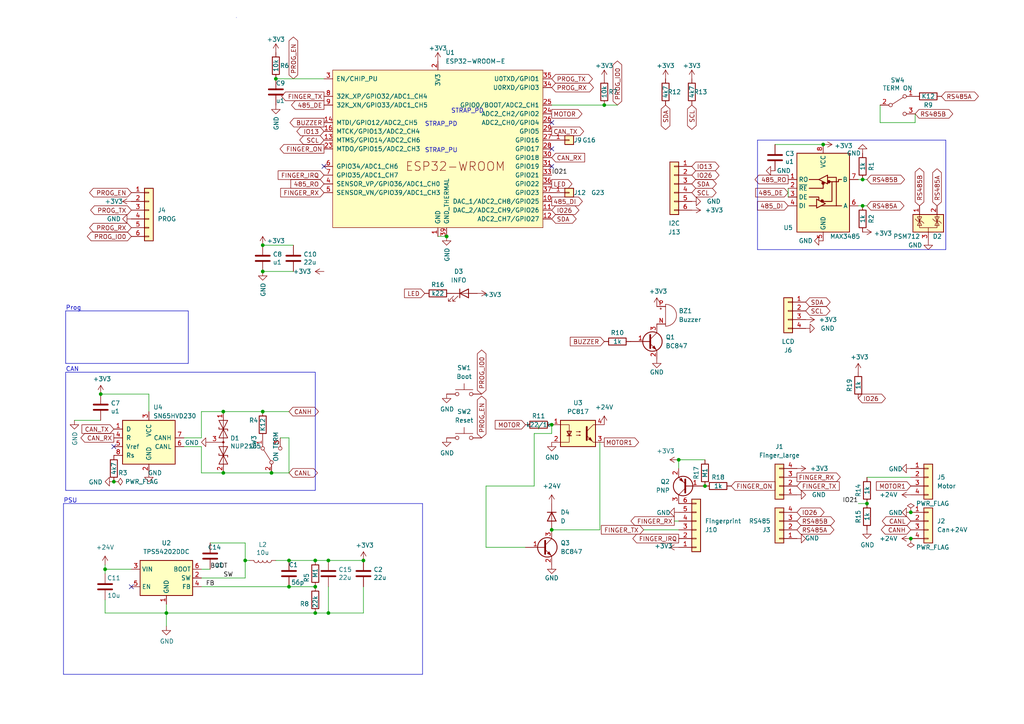
<source format=kicad_sch>
(kicad_sch (version 20231120) (generator "eeschema") (generator_version "8.0")
  (paper "A4")
  (lib_symbols
    (symbol "+24V_1" (power) (pin_names (offset 0))
      (property "Value" "+24V_1" (at 0 3.556 0))
      (symbol "+24V_1_1_1"
        (pin power_in line (at 0 0 90) (length 0) hide (name "+24V") (number "1"))
      )
    )
    (symbol "Connector_Generic:Conn_01x01" (pin_names (offset 1.016) hide)
      (property "Reference" "J" (at 0 2.54 0))
      (property "Value" "Conn_01x01" (at 0 -2.54 0))
      (symbol "Conn_01x01_1_1"
        (pin passive line (at -5.08 0 0) (length 3.81) (name "Pin_1") (number "1"))
      )
    )
    (symbol "Connector_Generic:Conn_01x04" (pin_names (offset 1.016) hide)
      (property "Reference" "J" (at 0 5.08 0))
      (property "Value" "Conn_01x04" (at 0 -7.62 0))
      (symbol "Conn_01x04_1_1"
        (pin passive line (at -5.08 2.54 0) (length 3.81) (name "Pin_1") (number "1"))
        (pin passive line (at -5.08 0 0) (length 3.81) (name "Pin_2") (number "2"))
        (pin passive line (at -5.08 -2.54 0) (length 3.81) (name "Pin_3") (number "3"))
        (pin passive line (at -5.08 -5.08 0) (length 3.81) (name "Pin_4") (number "4"))
      )
    )
    (symbol "Connector_Generic:Conn_01x06" (pin_names (offset 1.016) hide)
      (property "Reference" "J" (at 0 7.62 0))
      (property "Value" "Conn_01x06" (at 0 -10.16 0))
      (symbol "Conn_01x06_1_1"
        (pin passive line (at -5.08 5.08 0) (length 3.81) (name "Pin_1") (number "1"))
        (pin passive line (at -5.08 2.54 0) (length 3.81) (name "Pin_2") (number "2"))
        (pin passive line (at -5.08 0 0) (length 3.81) (name "Pin_3") (number "3"))
        (pin passive line (at -5.08 -2.54 0) (length 3.81) (name "Pin_4") (number "4"))
        (pin passive line (at -5.08 -5.08 0) (length 3.81) (name "Pin_5") (number "5"))
        (pin passive line (at -5.08 -7.62 0) (length 3.81) (name "Pin_6") (number "6"))
      )
    )
    (symbol "Device:C" (pin_numbers hide) (pin_names (offset 0.254))
      (property "Reference" "C" (at 0.635 2.54 0))
      (property "Value" "C" (at 0.635 -2.54 0))
      (symbol "C_1_1"
        (pin passive line (at 0 3.81 270) (length 2.794) (name "~") (number "1"))
        (pin passive line (at 0 -3.81 90) (length 2.794) (name "~") (number "2"))
      )
    )
    (symbol "Device:D" (pin_numbers hide) (pin_names (offset 1.016) hide)
      (property "Reference" "D" (at 0 2.54 0))
      (property "Value" "D" (at 0 -2.54 0))
      (symbol "D_1_1"
        (pin passive line (at -3.81 0 0) (length 2.54) (name "K") (number "1"))
        (pin passive line (at 3.81 0 180) (length 2.54) (name "A") (number "2"))
      )
    )
    (symbol "Device:L" (pin_numbers hide) (pin_names (offset 1.016) hide)
      (property "Reference" "L" (at -1.27 0 90))
      (property "Value" "L" (at 1.905 0 90))
      (symbol "L_1_1"
        (pin passive line (at 0 3.81 270) (length 1.27) (name "1") (number "1"))
        (pin passive line (at 0 -3.81 90) (length 1.27) (name "2") (number "2"))
      )
    )
    (symbol "Device:LED" (pin_numbers hide) (pin_names (offset 1.016) hide)
      (property "Reference" "D" (at 0 2.54 0))
      (property "Value" "LED" (at 0 -2.54 0))
      (symbol "LED_1_1"
        (pin passive line (at -3.81 0 0) (length 2.54) (name "K") (number "1"))
        (pin passive line (at 3.81 0 180) (length 2.54) (name "A") (number "2"))
      )
    )
    (symbol "Device:R" (pin_numbers hide) (pin_names (offset 0))
      (property "Reference" "R" (at 2.032 0 90))
      (property "Value" "R" (at 0 0 90))
      (symbol "R_1_1"
        (pin passive line (at 0 3.81 270) (length 1.27) (name "~") (number "1"))
        (pin passive line (at 0 -3.81 90) (length 1.27) (name "~") (number "2"))
      )
    )
    (symbol "Diode:SM712_SOT23" (pin_names (offset 1.016) hide)
      (property "Reference" "D" (at 0 4.445 0))
      (property "Value" "SM712_SOT23" (at 0 2.54 0))
      (symbol "SM712_SOT23_1_1"
        (pin passive line (at -8.89 0 0) (length 2.54) (name "A1") (number "1"))
        (pin passive line (at 8.89 0 180) (length 2.54) (name "A2") (number "2"))
        (pin input line (at 0 -3.81 90) (length 2.54) (name "common") (number "3"))
      )
    )
    (symbol "Espressif:ESP32-WROOM-E" (pin_names (offset 1.016))
      (property "Reference" "U" (at -30.48 27.94 0))
      (property "Value" "ESP32-WROOM-E" (at -30.48 25.4 0))
      (symbol "ESP32-WROOM-E_1_1"
        (text "ESP32-­WROOM­" (at 5.08 -5.08 0) (effects (font (size 2.54 2.54))))
        (pin power_in line (at 0 -25.4 90) (length 2.54) (name "GND") (number "1"))
        (pin bidirectional line (at 33.02 -15.24 180) (length 2.54) (name "DAC_1/ADC2_CH8/GPIO25") (number "10"))
        (pin bidirectional line (at 33.02 -17.78 180) (length 2.54) (name "DAC_2/ADC2_CH9/GPIO26") (number "11"))
        (pin bidirectional line (at 33.02 -20.32 180) (length 2.54) (name "ADC2_CH7/GPIO27") (number "12"))
        (pin bidirectional line (at -33.02 2.54 0) (length 2.54) (name "MTMS/GPIO14/ADC2_CH6") (number "13"))
        (pin bidirectional line (at -33.02 7.62 0) (length 2.54) (name "MTDI/GPIO12/ADC2_CH5") (number "14"))
        (pin passive line (at 0 -25.4 90) (length 2.54) hide (name "GND") (number "15"))
        (pin bidirectional line (at -33.02 5.08 0) (length 2.54) (name "MTCK/GPIO13/ADC2_CH4") (number "16"))
        (pin power_in line (at 0 25.4 270) (length 2.54) (name "3V3") (number "2"))
        (pin bidirectional line (at -33.02 0 0) (length 2.54) (name "MTDO/GPIO15/ADC2_CH3") (number "23"))
        (pin bidirectional line (at 33.02 10.16 180) (length 2.54) (name "ADC2_CH2/GPIO2") (number "24"))
        (pin bidirectional line (at 33.02 12.7 180) (length 2.54) (name "GPIO0/BOOT/ADC2_CH1") (number "25"))
        (pin bidirectional line (at 33.02 7.62 180) (length 2.54) (name "ADC2_CH0/GPIO4") (number "26"))
        (pin bidirectional line (at 33.02 2.54 180) (length 2.54) (name "GPIO16") (number "27"))
        (pin bidirectional line (at 33.02 0 180) (length 2.54) (name "GPIO17") (number "28"))
        (pin bidirectional line (at 33.02 5.08 180) (length 2.54) (name "GPIO5") (number "29"))
        (pin input line (at -33.02 20.32 0) (length 2.54) (name "EN/CHIP_PU") (number "3"))
        (pin bidirectional line (at 33.02 -2.54 180) (length 2.54) (name "GPIO18") (number "30"))
        (pin bidirectional line (at 33.02 -5.08 180) (length 2.54) (name "GPIO19") (number "31"))
        (pin bidirectional line (at 33.02 -7.62 180) (length 2.54) (name "GPIO21") (number "33"))
        (pin bidirectional line (at 33.02 17.78 180) (length 2.54) (name "U0RXD/GPIO3") (number "34"))
        (pin bidirectional line (at 33.02 20.32 180) (length 2.54) (name "U0TXD/GPIO1") (number "35"))
        (pin bidirectional line (at 33.02 -10.16 180) (length 2.54) (name "GPIO22") (number "36"))
        (pin bidirectional line (at 33.02 -12.7 180) (length 2.54) (name "GPIO23") (number "37"))
        (pin passive line (at 0 -25.4 90) (length 2.54) hide (name "GND") (number "38"))
        (pin power_in line (at 2.54 -25.4 90) (length 2.54) (name "GND_THERMAL") (number "39"))
        (pin input line (at -33.02 -10.16 0) (length 2.54) (name "SENSOR_VP/GPIO36/ADC1_CH0") (number "4"))
        (pin input line (at -33.02 -12.7 0) (length 2.54) (name "SENSOR_VN/GPIO39/ADC1_CH3") (number "5"))
        (pin input line (at -33.02 -5.08 0) (length 2.54) (name "GPIO34/ADC1_CH6") (number "6"))
        (pin input line (at -33.02 -7.62 0) (length 2.54) (name "GPIO35/ADC1_CH7") (number "7"))
        (pin bidirectional line (at -33.02 15.24 0) (length 2.54) (name "32K_XP/GPIO32/ADC1_CH4") (number "8"))
        (pin bidirectional line (at -33.02 12.7 0) (length 2.54) (name "32K_XN/GPIO33/ADC1_CH5") (number "9"))
      )
    )
    (symbol "Interface_CAN_LIN:SN65HVD230" (pin_names (offset 1.016))
      (property "Reference" "U" (at -2.54 10.16 0))
      (property "Value" "SN65HVD230" (at -2.54 7.62 0))
      (symbol "SN65HVD230_1_1"
        (pin input line (at -10.16 2.54 0) (length 2.54) (name "D") (number "1"))
        (pin power_in line (at 0 -10.16 90) (length 2.54) (name "GND") (number "2"))
        (pin power_in line (at 0 7.62 270) (length 2.54) (name "VCC") (number "3"))
        (pin output line (at -10.16 0 0) (length 2.54) (name "R") (number "4"))
        (pin output line (at -10.16 -2.54 0) (length 2.54) (name "Vref") (number "5"))
        (pin bidirectional line (at 10.16 -2.54 180) (length 2.54) (name "CANL") (number "6"))
        (pin bidirectional line (at 10.16 0 180) (length 2.54) (name "CANH") (number "7"))
        (pin input line (at -10.16 -5.08 0) (length 2.54) (name "Rs") (number "8"))
      )
    )
    (symbol "Interface_UART:MAX3485"
      (property "Reference" "U" (at -6.096 11.43 0))
      (property "Value" "MAX3485" (at 0.762 11.43 0))
      (symbol "MAX3485_1_1"
        (pin output line (at -10.16 2.54 0) (length 2.54) (name "RO") (number "1"))
        (pin input line (at -10.16 0 0) (length 2.54) (name "~{RE}") (number "2"))
        (pin input line (at -10.16 -2.54 0) (length 2.54) (name "DE") (number "3"))
        (pin input line (at -10.16 -5.08 0) (length 2.54) (name "DI") (number "4"))
        (pin power_in line (at 0 -15.24 90) (length 2.54) (name "GND") (number "5"))
        (pin bidirectional line (at 10.16 -5.08 180) (length 2.54) (name "A") (number "6"))
        (pin bidirectional line (at 10.16 2.54 180) (length 2.54) (name "B") (number "7"))
        (pin power_in line (at 0 12.7 270) (length 2.54) (name "VCC") (number "8"))
      )
    )
    (symbol "Isolator:PC817" (pin_names (offset 1.016))
      (property "Reference" "U" (at -5.08 5.08 0))
      (property "Value" "PC817" (at 0 5.08 0))
      (symbol "PC817_1_1"
        (pin passive line (at -7.62 2.54 0) (length 2.54) (name "~") (number "1"))
        (pin passive line (at -7.62 -2.54 0) (length 2.54) (name "~") (number "2"))
        (pin passive line (at 7.62 -2.54 180) (length 2.54) (name "~") (number "3"))
        (pin passive line (at 7.62 2.54 180) (length 2.54) (name "~") (number "4"))
      )
    )
    (symbol "PWR_FLAG_1" (power) (pin_numbers hide) (pin_names (offset 0) hide)
      (property "Value" "PWR_FLAG_1" (at 0 3.81 0))
      (symbol "PWR_FLAG_1_0_0"
        (pin power_out line (at 0 0 90) (length 0) (name "pwr") (number "1"))
      )
    )
    (symbol "Power_Protection:NUP2105L" (pin_names hide)
      (property "Reference" "D" (at 5.715 2.54 0))
      (property "Value" "NUP2105L" (at 5.715 0.635 0))
      (symbol "NUP2105L_0_0"
        (pin passive line (at 0 -5.08 90) (length 2.54) (name "A") (number "3"))
      )
      (symbol "NUP2105L_1_1"
        (pin passive line (at -2.54 5.08 270) (length 2.54) (name "K") (number "1"))
        (pin passive line (at 2.54 5.08 270) (length 2.54) (name "K") (number "2"))
      )
    )
    (symbol "Regulator_Switching:TPS54202DDC"
      (property "Reference" "U" (at -7.62 6.35 0))
      (property "Value" "TPS54202DDC" (at 0 6.35 0))
      (symbol "TPS54202DDC_1_1"
        (pin power_in line (at 0 -7.62 90) (length 2.54) (name "GND") (number "1"))
        (pin power_out line (at 10.16 0 180) (length 2.54) (name "SW") (number "2"))
        (pin power_in line (at -10.16 2.54 0) (length 2.54) (name "VIN") (number "3"))
        (pin input line (at 10.16 -2.54 180) (length 2.54) (name "FB") (number "4"))
        (pin input line (at -10.16 -2.54 0) (length 2.54) (name "EN") (number "5"))
        (pin passive line (at 10.16 2.54 180) (length 2.54) (name "BOOT") (number "6"))
      )
    )
    (symbol "Switch:SW_Push" (pin_numbers hide) (pin_names (offset 1.016) hide)
      (property "Reference" "SW" (at 1.27 2.54 0))
      (property "Value" "SW_Push" (at 0 -1.524 0))
      (symbol "SW_Push_0_1"
        (pin passive line (at -5.08 0 0) (length 2.54) (name "1") (number "1"))
        (pin passive line (at 5.08 0 180) (length 2.54) (name "2") (number "2"))
      )
    )
    (symbol "Switch:SW_SPDT" (pin_names (offset 0) hide)
      (property "Reference" "SW" (at 0 4.318 0))
      (property "Value" "SW_SPDT" (at 0 -5.08 0))
      (symbol "SW_SPDT_1_1"
        (pin passive line (at 5.08 2.54 180) (length 2.54) (name "A") (number "1"))
        (pin passive line (at -5.08 0 0) (length 2.54) (name "B") (number "2"))
        (pin passive line (at 5.08 -2.54 180) (length 2.54) (name "C") (number "3"))
      )
    )
    (symbol "Transistor_BJT:BC847" (pin_names (offset 0) hide)
      (property "Reference" "Q" (at 5.08 1.905 0))
      (property "Value" "BC847" (at 5.08 0 0))
      (symbol "BC847_1_1"
        (pin input line (at -5.08 0 0) (length 5.715) (name "B") (number "1"))
        (pin passive line (at 2.54 -5.08 90) (length 2.54) (name "E") (number "2"))
        (pin passive line (at 2.54 5.08 270) (length 2.54) (name "C") (number "3"))
      )
    )
    (symbol "Transistor_BJT:BC857" (pin_names (offset 0) hide)
      (property "Reference" "Q" (at 5.08 1.905 0))
      (property "Value" "BC857" (at 5.08 0 0))
      (symbol "BC857_1_1"
        (pin input line (at -5.08 0 0) (length 5.715) (name "B") (number "1"))
        (pin passive line (at 2.54 -5.08 90) (length 2.54) (name "E") (number "2"))
        (pin passive line (at 2.54 5.08 270) (length 2.54) (name "C") (number "3"))
      )
    )
    (symbol "liebler_MECH:Buzzer" (pin_names (offset 0.0254) hide)
      (property "Reference" "BZ" (at 3.81 1.27 0))
      (property "Value" "Buzzer" (at 3.81 -1.27 0))
      (symbol "Buzzer_1_1"
        (pin passive line (at -2.54 -2.54 0) (length 2.54) (name "-") (number "N"))
        (pin passive line (at -2.54 2.54 0) (length 2.54) (name "+") (number "P"))
      )
    )
    (symbol "power:+24V" (power) (pin_names (offset 0))
      (property "Value" "+24V" (at 0 3.556 0))
      (symbol "+24V_1_1"
        (pin power_in line (at 0 0 90) (length 0) hide (name "+24V") (number "1"))
      )
    )
    (symbol "power:+3V3" (power) (pin_names (offset 0))
      (property "Value" "+3V3" (at 0 3.556 0))
      (symbol "+3V3_1_1"
        (pin power_in line (at 0 0 90) (length 0) hide (name "+3V3") (number "1"))
      )
    )
    (symbol "power:GND" (power) (pin_names (offset 0))
      (property "Value" "GND" (at 0 -3.81 0))
      (symbol "GND_1_1"
        (pin power_in line (at 0 0 270) (length 0) hide (name "GND") (number "1"))
      )
    )
    (symbol "power:PWR_FLAG" (power) (pin_numbers hide) (pin_names (offset 0) hide)
      (property "Value" "PWR_FLAG" (at 0 3.81 0))
      (symbol "PWR_FLAG_0_0"
        (pin power_out line (at 0 0 90) (length 0) (name "pwr") (number "1"))
      )
    )
  )
  (junction (at 91.44 162.56))
  (junction (at 76.2 119.38))
  (junction (at 129.54 68.58))
  (junction (at 251.46 146.05))
  (junction (at 95.25 162.56))
  (junction (at 250.19 59.69))
  (junction (at 30.48 165.1))
  (junction (at 238.76 41.91))
  (junction (at 83.82 162.56))
  (junction (at 160.02 123.19))
  (junction (at 264.16 156.21))
  (junction (at 76.2 71.12))
  (junction (at 105.41 162.56))
  (junction (at 196.85 133.35))
  (junction (at 48.26 177.8))
  (junction (at 250.19 52.07))
  (junction (at 64.77 119.38))
  (junction (at 91.44 177.8))
  (junction (at 29.21 114.3))
  (junction (at 264.16 148.59))
  (junction (at 160.02 153.67))
  (junction (at 71.12 162.56))
  (junction (at 204.47 140.97))
  (junction (at 175.26 30.48))
  (junction (at 78.74 137.16))
  (junction (at 64.77 137.16))
  (junction (at 95.25 177.8))
  (junction (at 91.44 170.18))
  (junction (at 83.82 170.18))
  (junction (at 33.02 139.7))
  (junction (at 80.01 22.86))
  (junction (at 76.2 78.74))
  (no_connect (at 160.02 35.56))
  (no_connect (at 33.02 129.54))
  (no_connect (at 160.02 43.18))
  (no_connect (at 38.1 170.18))
  (no_connect (at 160.02 48.26))
  (no_connect (at 93.98 48.26))
  (wire (pts (xy 105.41 177.8) (xy 95.25 177.8)))
  (wire (pts (xy 60.96 157.48) (xy 71.12 157.48)))
  (polyline (pts (xy 19.05 90.17) (xy 19.05 105.41)))
  (wire (pts (xy 58.42 170.18) (xy 83.82 170.18)))
  (polyline (pts (xy 18.415 146.05) (xy 18.415 195.58)))
  (wire (pts (xy 186.69 153.67) (xy 196.85 153.67)))
  (wire (pts (xy 95.25 177.8) (xy 91.44 177.8)))
  (wire (pts (xy 76.2 119.38) (xy 83.82 119.38)))
  (wire (pts (xy 248.92 59.69) (xy 250.19 59.69)))
  (wire (pts (xy 265.43 35.56) (xy 265.43 33.02)))
  (polyline (pts (xy 19.05 107.95) (xy 91.44 107.95)))
  (wire (pts (xy 95.25 162.56) (xy 105.41 162.56)))
  (wire (pts (xy 58.42 137.16) (xy 64.77 137.16)))
  (polyline (pts (xy 274.32 72.39) (xy 274.32 40.64)))
  (wire (pts (xy 251.46 59.69) (xy 250.19 59.69)))
  (wire (pts (xy 85.09 78.74) (xy 76.2 78.74)))
  (wire (pts (xy 60.96 165.1) (xy 58.42 165.1)))
  (wire (pts (xy 64.77 119.38) (xy 58.42 119.38)))
  (polyline (pts (xy 91.44 107.95) (xy 91.44 142.24)))
  (polyline (pts (xy 122.555 195.58) (xy 18.415 195.58)))
  (wire (pts (xy 78.74 137.16) (xy 83.82 137.16)))
  (wire (pts (xy 83.82 162.56) (xy 91.44 162.56)))
  (wire (pts (xy 72.39 162.56) (xy 71.12 162.56)))
  (wire (pts (xy 195.58 151.13) (xy 196.85 151.13)))
  (wire (pts (xy 48.26 177.8) (xy 91.44 177.8)))
  (polyline (pts (xy 122.555 146.05) (xy 122.555 195.58)))
  (wire (pts (xy 140.97 158.75) (xy 152.4 158.75)))
  (polyline (pts (xy 19.05 142.24) (xy 19.05 107.95)))
  (wire (pts (xy 83.82 170.18) (xy 91.44 170.18)))
  (wire (pts (xy 30.48 166.37) (xy 30.48 165.1)))
  (wire (pts (xy 154.94 140.97) (xy 140.97 140.97)))
  (wire (pts (xy 154.94 125.73) (xy 154.94 140.97)))
  (wire (pts (xy 196.85 133.35) (xy 196.85 135.89)))
  (wire (pts (xy 127 68.58) (xy 129.54 68.58)))
  (wire (pts (xy 173.99 153.67) (xy 173.99 128.27)))
  (wire (pts (xy 30.48 177.8) (xy 48.26 177.8)))
  (wire (pts (xy 196.85 133.35) (xy 204.47 133.35)))
  (wire (pts (xy 85.09 71.12) (xy 76.2 71.12)))
  (wire (pts (xy 173.99 128.27) (xy 175.26 128.27)))
  (polyline (pts (xy 68.58 5.08) (xy 68.58 5.08)))
  (wire (pts (xy 248.92 146.05) (xy 251.46 146.05)))
  (polyline (pts (xy 54.61 90.17) (xy 54.61 105.41)))
  (wire (pts (xy 91.44 162.56) (xy 95.25 162.56)))
  (wire (pts (xy 43.18 119.38) (xy 43.18 114.3)))
  (wire (pts (xy 80.01 162.56) (xy 83.82 162.56)))
  (wire (pts (xy 58.42 167.64) (xy 71.12 167.64)))
  (wire (pts (xy 140.97 140.97) (xy 140.97 158.75)))
  (wire (pts (xy 48.26 177.8) (xy 48.26 175.26)))
  (wire (pts (xy 83.82 127) (xy 83.82 137.16)))
  (polyline (pts (xy 54.61 90.17) (xy 19.05 90.17)))
  (wire (pts (xy 53.34 129.54) (xy 58.42 129.54)))
  (wire (pts (xy 160.02 125.73) (xy 154.94 125.73)))
  (wire (pts (xy 95.25 170.18) (xy 95.25 177.8)))
  (wire (pts (xy 251.46 138.43) (xy 264.16 138.43)))
  (wire (pts (xy 160.02 153.67) (xy 173.99 153.67)))
  (wire (pts (xy 71.12 157.48) (xy 71.12 162.56)))
  (wire (pts (xy 71.12 162.56) (xy 71.12 167.64)))
  (wire (pts (xy 64.77 119.38) (xy 76.2 119.38)))
  (wire (pts (xy 238.76 41.91) (xy 224.79 41.91)))
  (polyline (pts (xy 18.415 146.05) (xy 122.555 146.05)))
  (wire (pts (xy 58.42 129.54) (xy 58.42 137.16)))
  (wire (pts (xy 81.28 127) (xy 83.82 127)))
  (wire (pts (xy 48.26 177.8) (xy 48.26 181.61)))
  (wire (pts (xy 29.21 121.92) (xy 21.59 121.92)))
  (wire (pts (xy 30.48 173.99) (xy 30.48 177.8)))
  (wire (pts (xy 255.27 35.56) (xy 265.43 35.56)))
  (wire (pts (xy 58.42 119.38) (xy 58.42 127)))
  (wire (pts (xy 255.27 30.48) (xy 255.27 35.56)))
  (wire (pts (xy 105.41 170.18) (xy 105.41 177.8)))
  (wire (pts (xy 29.21 114.3) (xy 43.18 114.3)))
  (polyline (pts (xy 54.61 105.41) (xy 19.05 105.41)))
  (wire (pts (xy 160.02 30.48) (xy 175.26 30.48)))
  (wire (pts (xy 30.48 165.1) (xy 38.1 165.1)))
  (wire (pts (xy 250.19 52.07) (xy 248.92 52.07)))
  (wire (pts (xy 80.01 22.86) (xy 93.98 22.86)))
  (polyline (pts (xy 91.44 142.24) (xy 19.05 142.24)))
  (polyline (pts (xy 219.71 72.39) (xy 219.71 40.64)))
  (wire (pts (xy 228.6 54.61) (xy 228.6 57.15)))
  (polyline (pts (xy 219.71 72.39) (xy 274.32 72.39)))
  (wire (pts (xy 160.02 123.19) (xy 160.02 125.73)))
  (wire (pts (xy 30.48 165.1) (xy 30.48 163.83)))
  (wire (pts (xy 64.77 137.16) (xy 78.74 137.16)))
  (wire (pts (xy 251.46 52.07) (xy 250.19 52.07)))
  (wire (pts (xy 156.21 123.19) (xy 156.21 124.46)))
  (polyline (pts (xy 219.71 40.64) (xy 274.32 40.64)))
  (wire (pts (xy 58.42 127) (xy 53.34 127)))
  (wire (pts (xy 175.26 30.48) (xy 179.07 30.48)))
  (text "CAN" (at 19.05 107.95 0) (effects (font (size 1.27 1.27)) (justify left bottom)))
  (text "Prog" (at 19.05 90.17 0) (effects (font (size 1.27 1.27)) (justify left bottom)))
  (text "STRAP_PU" (at 123.19 44.45 0) (effects (font (size 1.27 1.27)) (justify left bottom)))
  (text "STRAP_PD" (at 123.19 36.83 0) (effects (font (size 1.27 1.27)) (justify left bottom)))
  (text "PSU" (at 18.415 146.05 0) (effects (font (size 1.27 1.27)) (justify left bottom)))
  (text "STRAP_PD" (at 130.81 33.02 0) (effects (font (size 1.27 1.27)) (justify left bottom)))
  (label "BOOT" (at 60.96 165.1 0))
  (label "IO21" (at 160.02 50.8 0))
  (label "IO21" (at 248.92 146.05 180))
  (label "FB" (at 59.69 170.18 0))
  (label "SW" (at 64.77 167.64 0))
  (global_label "RS485B" (shape bidirectional) (at 231.14 151.13 0) (property "Intersheetrefs" "${INTERSHEET_REFS}" (effects (hide yes))))
  (global_label "CAN_RX" (shape input) (at 160.02 45.72 0) (property "Intersheetrefs" "${INTERSHEET_REFS}" (effects (hide yes))))
  (global_label "PROG_EN" (shape bidirectional) (at 85.09 22.86 90) (property "Intersheetrefs" "${INTERSHEET_REFS}" (effects (hide yes))))
  (global_label "CAN_TX" (shape input) (at 33.02 124.46 180) (property "Intersheetrefs" "${INTERSHEET_REFS}" (effects (hide yes))))
  (global_label "CANH" (shape bidirectional) (at 264.16 153.67 180) (property "Intersheetrefs" "${INTERSHEET_REFS}" (effects (hide yes))))
  (global_label "SCL" (shape bidirectional) (at 233.68 90.17 0) (property "Intersheetrefs" "${INTERSHEET_REFS}" (effects (hide yes))))
  (global_label "PROG_RX" (shape bidirectional) (at 38.1 66.04 180) (property "Intersheetrefs" "${INTERSHEET_REFS}" (effects (hide yes))))
  (global_label "IO26" (shape bidirectional) (at 200.66 50.8 0) (property "Intersheetrefs" "${INTERSHEET_REFS}" (effects (hide yes))))
  (global_label "FINGER_RX" (shape output) (at 231.14 138.43 0) (property "Intersheetrefs" "${INTERSHEET_REFS}" (effects (hide yes))))
  (global_label "485_RO" (shape input) (at 93.98 53.34 180) (property "Intersheetrefs" "${INTERSHEET_REFS}" (effects (hide yes))))
  (global_label "IO26" (shape bidirectional) (at 160.02 60.96 0) (property "Intersheetrefs" "${INTERSHEET_REFS}" (effects (hide yes))))
  (global_label "IO13" (shape bidirectional) (at 200.66 48.26 0) (property "Intersheetrefs" "${INTERSHEET_REFS}" (effects (hide yes))))
  (global_label "FINGER_RX" (shape output) (at 195.58 151.13 180) (property "Intersheetrefs" "${INTERSHEET_REFS}" (effects (hide yes))))
  (global_label "485_DI" (shape output) (at 160.02 58.42 0) (property "Intersheetrefs" "${INTERSHEET_REFS}" (effects (hide yes))))
  (global_label "CAN_RX" (shape output) (at 33.02 127 180) (property "Intersheetrefs" "${INTERSHEET_REFS}" (effects (hide yes))))
  (global_label "LED" (shape input) (at 123.19 85.09 180) (property "Intersheetrefs" "${INTERSHEET_REFS}" (effects (hide yes))))
  (global_label "MOTOR" (shape input) (at 152.4 123.19 180) (property "Intersheetrefs" "${INTERSHEET_REFS}" (effects (hide yes))))
  (global_label "PROG_IO0" (shape bidirectional) (at 38.1 68.58 180) (property "Intersheetrefs" "${INTERSHEET_REFS}" (effects (hide yes))))
  (global_label "RS485B" (shape bidirectional) (at 265.43 33.02 0) (property "Intersheetrefs" "${INTERSHEET_REFS}" (effects (hide yes))))
  (global_label "PROG_IO0" (shape bidirectional) (at 139.7 114.3 90) (property "Intersheetrefs" "${INTERSHEET_REFS}" (effects (hide yes))))
  (global_label "FINGER_RX" (shape input) (at 93.98 55.88 180) (property "Intersheetrefs" "${INTERSHEET_REFS}" (effects (hide yes))))
  (global_label "RS485A" (shape bidirectional) (at 251.46 59.69 0) (property "Intersheetrefs" "${INTERSHEET_REFS}" (effects (hide yes))))
  (global_label "MOTOR1" (shape input) (at 264.16 140.97 180) (property "Intersheetrefs" "${INTERSHEET_REFS}" (effects (hide yes))))
  (global_label "FINGER_ON" (shape input) (at 212.09 140.97 0) (property "Intersheetrefs" "${INTERSHEET_REFS}" (effects (hide yes))))
  (global_label "RS485B" (shape bidirectional) (at 266.7 59.69 90) (property "Intersheetrefs" "${INTERSHEET_REFS}" (effects (hide yes))))
  (global_label "BUZZER" (shape output) (at 93.98 35.56 180) (property "Intersheetrefs" "${INTERSHEET_REFS}" (effects (hide yes))))
  (global_label "FINGER_ON" (shape output) (at 93.98 43.18 180) (property "Intersheetrefs" "${INTERSHEET_REFS}" (effects (hide yes))))
  (global_label "PROG_TX" (shape bidirectional) (at 38.1 60.96 180) (property "Intersheetrefs" "${INTERSHEET_REFS}" (effects (hide yes))))
  (global_label "PROG_RX" (shape bidirectional) (at 160.02 25.4 0) (property "Intersheetrefs" "${INTERSHEET_REFS}" (effects (hide yes))))
  (global_label "RS485A" (shape bidirectional) (at 273.05 27.94 0) (property "Intersheetrefs" "${INTERSHEET_REFS}" (effects (hide yes))))
  (global_label "SDA" (shape bidirectional) (at 233.68 87.63 0) (property "Intersheetrefs" "${INTERSHEET_REFS}" (effects (hide yes))))
  (global_label "485_DI" (shape input) (at 228.6 59.69 180) (property "Intersheetrefs" "${INTERSHEET_REFS}" (effects (hide yes))))
  (global_label "PROG_TX" (shape bidirectional) (at 160.02 22.86 0) (property "Intersheetrefs" "${INTERSHEET_REFS}" (effects (hide yes))))
  (global_label "RS485B" (shape bidirectional) (at 251.46 52.07 0) (property "Intersheetrefs" "${INTERSHEET_REFS}" (effects (hide yes))))
  (global_label "SCL" (shape bidirectional) (at 93.98 40.64 180) (property "Intersheetrefs" "${INTERSHEET_REFS}" (effects (hide yes))))
  (global_label "FINGER_IRQ" (shape input) (at 93.98 50.8 180) (property "Intersheetrefs" "${INTERSHEET_REFS}" (effects (hide yes))))
  (global_label "IO26" (shape bidirectional) (at 231.14 148.59 0) (property "Intersheetrefs" "${INTERSHEET_REFS}" (effects (hide yes))))
  (global_label "CANL" (shape bidirectional) (at 264.16 151.13 180) (property "Intersheetrefs" "${INTERSHEET_REFS}" (effects (hide yes))))
  (global_label "FINGER_TX" (shape input) (at 186.69 153.67 180) (property "Intersheetrefs" "${INTERSHEET_REFS}" (effects (hide yes))))
  (global_label "SCL" (shape bidirectional) (at 200.66 30.48 270) (property "Intersheetrefs" "${INTERSHEET_REFS}" (effects (hide yes))))
  (global_label "SCL" (shape bidirectional) (at 200.66 55.88 0) (property "Intersheetrefs" "${INTERSHEET_REFS}" (effects (hide yes))))
  (global_label "485_RO" (shape output) (at 228.6 52.07 180) (property "Intersheetrefs" "${INTERSHEET_REFS}" (effects (hide yes))))
  (global_label "485_DE" (shape output) (at 93.98 30.48 180) (property "Intersheetrefs" "${INTERSHEET_REFS}" (effects (hide yes))))
  (global_label "CANH" (shape bidirectional) (at 83.82 119.38 0) (property "Intersheetrefs" "${INTERSHEET_REFS}" (effects (hide yes))))
  (global_label "IO13" (shape bidirectional) (at 93.98 38.1 180) (property "Intersheetrefs" "${INTERSHEET_REFS}" (effects (hide yes))))
  (global_label "PROG_IO0" (shape bidirectional) (at 179.07 30.48 90) (property "Intersheetrefs" "${INTERSHEET_REFS}" (effects (hide yes))))
  (global_label "FINGER_TX" (shape output) (at 93.98 27.94 180) (property "Intersheetrefs" "${INTERSHEET_REFS}" (effects (hide yes))))
  (global_label "CAN_TX" (shape output) (at 160.02 38.1 0) (property "Intersheetrefs" "${INTERSHEET_REFS}" (effects (hide yes))))
  (global_label "MOTOR" (shape output) (at 160.02 33.02 0) (property "Intersheetrefs" "${INTERSHEET_REFS}" (effects (hide yes))))
  (global_label "BUZZER" (shape input) (at 175.26 99.06 180) (property "Intersheetrefs" "${INTERSHEET_REFS}" (effects (hide yes))))
  (global_label "SDA" (shape bidirectional) (at 200.66 53.34 0) (property "Intersheetrefs" "${INTERSHEET_REFS}" (effects (hide yes))))
  (global_label "MOTOR1" (shape output) (at 175.26 128.27 0) (property "Intersheetrefs" "${INTERSHEET_REFS}" (effects (hide yes))))
  (global_label "485_DE" (shape input) (at 228.6 55.88 180) (property "Intersheetrefs" "${INTERSHEET_REFS}" (effects (hide yes))))
  (global_label "SDA" (shape bidirectional) (at 193.04 30.48 270) (property "Intersheetrefs" "${INTERSHEET_REFS}" (effects (hide yes))))
  (global_label "IO26" (shape bidirectional) (at 248.92 115.57 0) (property "Intersheetrefs" "${INTERSHEET_REFS}" (effects (hide yes))))
  (global_label "LED" (shape output) (at 160.02 53.34 0) (property "Intersheetrefs" "${INTERSHEET_REFS}" (effects (hide yes))))
  (global_label "FINGER_IRQ" (shape output) (at 196.85 156.21 180) (property "Intersheetrefs" "${INTERSHEET_REFS}" (effects (hide yes))))
  (global_label "FINGER_TX" (shape input) (at 231.14 140.97 0) (property "Intersheetrefs" "${INTERSHEET_REFS}" (effects (hide yes))))
  (global_label "SDA" (shape bidirectional) (at 160.02 63.5 0) (property "Intersheetrefs" "${INTERSHEET_REFS}" (effects (hide yes))))
  (global_label "CANL" (shape bidirectional) (at 83.82 137.16 0) (property "Intersheetrefs" "${INTERSHEET_REFS}" (effects (hide yes))))
  (global_label "RS485A" (shape bidirectional) (at 231.14 153.67 0) (property "Intersheetrefs" "${INTERSHEET_REFS}" (effects (hide yes))))
  (global_label "PROG_EN" (shape bidirectional) (at 139.7 127 90) (property "Intersheetrefs" "${INTERSHEET_REFS}" (effects (hide yes))))
  (global_label "PROG_EN" (shape bidirectional) (at 38.1 55.88 180) (property "Intersheetrefs" "${INTERSHEET_REFS}" (effects (hide yes))))
  (global_label "RS485A" (shape bidirectional) (at 271.78 59.69 90) (property "Intersheetrefs" "${INTERSHEET_REFS}" (effects (hide yes))))
  (symbol (lib_name "+24V_1") (lib_id "power:+24V") (at 264.16 156.21 90) (unit 1)
    (property "Reference" "#PWR026" (effects (hide yes)))
    (property "Value" "+24V" (at 260.35 156.21 90) (effects (justify left)))
  )
  (symbol (lib_id "power:GND") (at 21.59 121.92 0) (unit 1)
    (property "Reference" "#PWR04" (effects (hide yes)))
    (property "Value" "GND" (at 21.717 125.1712 90) (effects (justify right)))
  )
  (symbol (lib_id "Connector_Generic:Conn_01x04") (at 226.06 153.67 180) (unit 1)
    (property "Reference" "J3" (at 223.52 153.67 0) (effects (justify left)))
    (property "Value" "RS485" (at 223.52 151.13 0) (effects (justify left)))
    (property "Footprint" "liebler_CONN:PhoenixContact_MC_1,5_4-G-3.5_1x04_P3.50mm_Horizontal_smallerCourtyard" (effects (hide yes)))
  )
  (symbol (lib_id "power:+3V3") (at 29.21 114.3 0) (unit 1)
    (property "Reference" "#PWR05" (effects (hide yes)))
    (property "Value" "+3V3" (at 29.591 109.9058 0))
  )
  (symbol (lib_id "power:GND") (at 43.18 137.16 0) (unit 1)
    (property "Reference" "#PWR07" (effects (hide yes)))
    (property "Value" "GND" (at 46.99 137.16 0) (effects (justify right)))
  )
  (symbol (lib_id "Device:D") (at 160.02 149.86 270) (unit 1)
    (property "Reference" "D4" (at 162.56 148.59 90) (effects (justify left)))
    (property "Value" "D" (at 162.56 151.13 90) (effects (justify left)))
    (property "Footprint" "liebler_SEMICONDUCTORS:D_SOD-123_handsolder" (effects (hide yes)))
    (property "Sim.Device" "D" (effects (hide yes)))
    (property "Sim.Pins" "1=K 2=A" (effects (hide yes)))
  )
  (symbol (lib_id "power:GND") (at 224.79 49.53 270) (unit 1)
    (property "Reference" "#PWR01" (effects (hide yes)))
    (property "Value" "GND" (at 227.33 49.53 90))
  )
  (symbol (lib_id "Device:R") (at 250.19 63.5 180) (unit 1)
    (property "Reference" "R2" (at 252.73 63.5 90))
    (property "Value" "1k" (at 250.19 63.5 90))
    (property "Footprint" "Resistor_SMD:R_0805_2012Metric_Pad1.20x1.40mm_HandSolder" (effects (hide yes)))
  )
  (symbol (lib_id "Connector_Generic:Conn_01x06") (at 201.93 153.67 0) (mirror x) (unit 1)
    (property "Reference" "J10" (at 204.47 153.67 0) (effects (justify left)))
    (property "Value" "Fingerprint" (at 204.47 151.13 0) (effects (justify left)))
    (property "Footprint" "liebler_CONN:JST_SH_SM06B-SRSS-TB_1x06-1MP_P1.00mm_Horizontal_handsolder" (effects (hide yes)))
  )
  (symbol (lib_id "power:PWR_FLAG") (at 33.02 139.7 270) (unit 1)
    (property "Reference" "#FLG02" (effects (hide yes)))
    (property "Value" "PWR_FLAG" (at 36.2712 139.7 90) (effects (justify left)))
  )
  (symbol (lib_id "power:+3V3") (at 175.26 22.86 0) (unit 1)
    (property "Reference" "#PWR014" (effects (hide yes)))
    (property "Value" "+3V3" (at 175.26 19.05 0))
  )
  (symbol (lib_id "Device:R") (at 175.26 26.67 180) (unit 1)
    (property "Reference" "R7" (at 177.8 26.67 0))
    (property "Value" "10k" (at 175.26 26.67 90))
    (property "Footprint" "Resistor_SMD:R_0805_2012Metric_Pad1.20x1.40mm_HandSolder" (effects (hide yes)))
  )
  (symbol (lib_id "power:+3V3") (at 250.19 67.31 270) (unit 1)
    (property "Reference" "#PWR031" (effects (hide yes)))
    (property "Value" "+3V3" (at 253.4412 67.691 90) (effects (justify left)))
  )
  (symbol (lib_name "+24V_1") (lib_id "power:+24V") (at 264.16 143.51 90) (unit 1)
    (property "Reference" "#PWR040" (effects (hide yes)))
    (property "Value" "+24V" (at 260.35 143.51 90) (effects (justify left)))
  )
  (symbol (lib_id "Connector_Generic:Conn_01x01") (at 165.1 55.88 0) (unit 1)
    (property "Reference" "J12" (at 166.37 55.88 0) (effects (justify left)))
    (property "Value" "G23" (at 171.45 55.88 0) (effects (justify left)))
    (property "Footprint" "TestPoint:TestPoint_THTPad_D1.5mm_Drill0.7mm" (effects (hide yes)))
  )
  (symbol (lib_id "Espressif:ESP32-WROOM-E") (at 127 43.18 0) (unit 1)
    (property "Reference" "U1" (at 129.1941 15.24 0) (effects (justify left)))
    (property "Value" "ESP32-WROOM-E" (at 129.1941 17.78 0) (effects (justify left)))
    (property "Footprint" "liebler_MODULES:ESP32-WROOM-32_HANDSOLDER" (effects (hide yes)))
    (property "Datasheet" "https://www.espressif.com/sites/default/files/documentation/esp32-wroom-32e_esp32-wroom-32ue_datasheet_en.pdf" (effects (hide yes)))
  )
  (symbol (lib_id "power:+3V3") (at 138.43 85.09 270) (unit 1)
    (property "Reference" "#PWR018" (effects (hide yes)))
    (property "Value" "+3V3" (at 142.8242 85.471 90))
  )
  (symbol (lib_id "Device:C") (at 30.48 170.18 180) (unit 1)
    (property "Reference" "C11" (at 33.02 167.64 0))
    (property "Value" "10u" (at 33.02 172.72 0))
    (property "Footprint" "Capacitor_SMD:C_1206_3216Metric_Pad1.33x1.80mm_HandSolder" (effects (hide yes)))
  )
  (symbol (lib_id "Connector_Generic:Conn_01x04") (at 269.24 138.43 0) (unit 1)
    (property "Reference" "J5" (at 271.78 138.43 0) (effects (justify left)))
    (property "Value" "Motor" (at 271.78 140.97 0) (effects (justify left)))
    (property "Footprint" "liebler_CONN:PhoenixContact_MC_1,5_4-G-3.5_1x04_P3.50mm_Horizontal_smallerCourtyard" (effects (hide yes)))
  )
  (symbol (lib_name "PWR_FLAG_1") (lib_id "power:PWR_FLAG") (at 264.16 148.59 0) (unit 1)
    (property "Reference" "#FLG03" (effects (hide yes)))
    (property "Value" "PWR_FLAG" (at 270.51 146.05 0))
  )
  (symbol (lib_id "Device:R") (at 156.21 123.19 270) (unit 1)
    (property "Reference" "R11" (at 156.21 120.65 90))
    (property "Value" "k22/1k" (at 156.21 123.19 90))
    (property "Footprint" "Resistor_SMD:R_0805_2012Metric_Pad1.20x1.40mm_HandSolder" (effects (hide yes)))
  )
  (symbol (lib_id "Device:R") (at 179.07 99.06 270) (unit 1)
    (property "Reference" "R10" (at 179.07 96.52 90))
    (property "Value" "1k" (at 179.07 99.06 90))
    (property "Footprint" "Resistor_SMD:R_0805_2012Metric_Pad1.20x1.40mm_HandSolder" (effects (hide yes)))
  )
  (symbol (lib_id "power:GND") (at 231.14 156.21 90) (unit 1)
    (property "Reference" "#PWR019" (effects (hide yes)))
    (property "Value" "GND" (at 235.5342 156.083 90))
  )
  (symbol (lib_id "power:GND") (at 80.01 30.48 0) (unit 1)
    (property "Reference" "#PWR016" (effects (hide yes)))
    (property "Value" "GND" (at 80.137 33.7312 90) (effects (justify right)))
  )
  (symbol (lib_id "Device:R") (at 251.46 149.86 0) (unit 1)
    (property "Reference" "R15" (at 248.92 149.86 90))
    (property "Value" "1k" (at 251.46 149.86 90))
    (property "Footprint" "Resistor_SMD:R_0805_2012Metric_Pad1.20x1.40mm_HandSolder" (effects (hide yes)))
  )
  (symbol (lib_id "power:GND") (at 190.5 104.14 0) (unit 1)
    (property "Reference" "#PWR037" (effects (hide yes)))
    (property "Value" "GND" (at 190.5 107.95 0))
  )
  (symbol (lib_id "power:+3V3") (at 196.85 158.75 90) (unit 1)
    (property "Reference" "#PWR046" (effects (hide yes)))
    (property "Value" "+3V3" (at 192.4558 158.369 90))
  )
  (symbol (lib_id "power:+24V") (at 30.48 163.83 0) (unit 1)
    (property "Reference" "#PWR028" (effects (hide yes)))
    (property "Value" "+24V" (at 30.48 158.75 0))
  )
  (symbol (lib_id "Interface_UART:MAX3485") (at 238.76 54.61 0) (unit 1)
    (property "Reference" "U5" (at 228.6 66.04 0))
    (property "Value" "MAX3485" (at 245.11 68.58 0))
    (property "Footprint" "liebler_SEMICONDUCTORS:SOIC-8_3.9x4.9mm_Pitch1.27mm_handsolder" (effects (hide yes)))
    (property "Datasheet" "https://datasheets.maximintegrated.com/en/ds/MAX3483-MAX3491.pdf" (effects (hide yes)))
  )
  (symbol (lib_id "power:+3V3") (at 248.92 107.95 0) (unit 1)
    (property "Reference" "#PWR041" (effects (hide yes)))
    (property "Value" "+3V3" (at 249.301 103.5558 0))
  )
  (symbol (lib_id "Device:LED") (at 134.62 85.09 0) (unit 1)
    (property "Reference" "D3" (at 133.0325 78.74 0))
    (property "Value" "INFO" (at 133.0325 81.28 0))
    (property "Footprint" "LED_SMD:LED_0805_2012Metric_Pad1.15x1.40mm_HandSolder" (effects (hide yes)))
  )
  (symbol (lib_id "power:GND") (at 231.14 143.51 90) (unit 1)
    (property "Reference" "#PWR021" (effects (hide yes)))
    (property "Value" "GND" (at 237.49 143.51 90))
  )
  (symbol (lib_id "power:GND") (at 129.54 127 0) (unit 1)
    (property "Reference" "#PWR017" (effects (hide yes)))
    (property "Value" "GND" (at 129.667 131.3942 0))
  )
  (symbol (lib_id "Device:L") (at 76.2 162.56 270) (unit 1)
    (property "Reference" "L2" (at 76.2 157.9626 90))
    (property "Value" "10u" (at 76.2 160.274 90))
    (property "Footprint" "liebler_PASSIVES:L_0630" (effects (hide yes)))
    (property "Datasheet" "C408449" (effects (hide yes)))
  )
  (symbol (lib_name "+24V_1") (lib_id "power:+24V") (at 175.26 123.19 0) (unit 1)
    (property "Reference" "#PWR025" (effects (hide yes)))
    (property "Value" "+24V" (at 175.26 118.11 0))
  )
  (symbol (lib_id "Connector_Generic:Conn_01x01") (at 165.1 40.64 0) (unit 1)
    (property "Reference" "J9" (at 166.37 40.64 0) (effects (justify left)))
    (property "Value" "G16" (at 168.91 40.64 0) (effects (justify left)))
    (property "Footprint" "TestPoint:TestPoint_THTPad_D1.5mm_Drill0.7mm" (effects (hide yes)))
  )
  (symbol (lib_id "Isolator:PC817") (at 167.64 125.73 0) (unit 1)
    (property "Reference" "U3" (at 167.64 116.84 0))
    (property "Value" "PC817" (at 167.64 119.38 0))
    (property "Footprint" "liebler_SEMICONDUCTORS:mdip_4_handsolder" (effects (hide yes)))
    (property "Datasheet" "http://www.soselectronic.cz/a_info/resource/d/pc817.pdf" (effects (hide yes)))
  )
  (symbol (lib_id "power:GND") (at 269.24 69.85 0) (unit 1)
    (property "Reference" "#PWR032" (effects (hide yes)))
    (property "Value" "GND" (at 265.43 71.12 0))
  )
  (symbol (lib_id "power:GND") (at 60.96 128.27 270) (unit 1)
    (property "Reference" "#PWR08" (effects (hide yes)))
    (property "Value" "GND" (at 57.7088 128.397 90) (effects (justify right)))
  )
  (symbol (lib_id "Device:R") (at 193.04 26.67 180) (unit 1)
    (property "Reference" "R12" (at 195.58 26.67 0))
    (property "Value" "4k7" (at 193.04 26.67 90))
    (property "Footprint" "Resistor_SMD:R_0805_2012Metric_Pad1.20x1.40mm_HandSolder" (effects (hide yes)))
  )
  (symbol (lib_id "Connector_Generic:Conn_01x04") (at 226.06 140.97 180) (unit 1)
    (property "Reference" "J1" (at 226.06 129.54 0))
    (property "Value" "Finger_large" (at 226.06 132.08 0))
    (property "Footprint" "liebler_CONN:PhoenixContact_MC_1,5_4-G-3.5_1x04_P3.50mm_Horizontal_smallerCourtyard" (effects (hide yes)))
  )
  (symbol (lib_id "Device:C") (at 95.25 166.37 0) (unit 1)
    (property "Reference" "C15" (at 98.171 165.2016 0) (effects (justify left)))
    (property "Value" "22u" (at 98.171 167.513 0) (effects (justify left)))
    (property "Footprint" "Capacitor_SMD:C_0805_2012Metric_Pad1.18x1.45mm_HandSolder" (effects (hide yes)))
  )
  (symbol (lib_id "Device:R") (at 127 85.09 270) (unit 1)
    (property "Reference" "R16" (at 127 82.55 90))
    (property "Value" "k22" (at 127 85.09 90))
    (property "Footprint" "Resistor_SMD:R_0805_2012Metric_Pad1.20x1.40mm_HandSolder" (effects (hide yes)))
  )
  (symbol (lib_id "Switch:SW_SPDT") (at 260.35 30.48 0) (unit 1)
    (property "Reference" "SW4" (at 260.35 23.241 0))
    (property "Value" "TERM ON" (at 260.35 25.5524 0))
    (property "Footprint" "liebler_MECH:SW_SPDT_PCM12_handsolder" (effects (hide yes)))
  )
  (symbol (lib_id "Device:R") (at 250.19 48.26 180) (unit 1)
    (property "Reference" "R1" (at 252.73 48.26 90))
    (property "Value" "1k" (at 250.19 48.26 90))
    (property "Footprint" "Resistor_SMD:R_0805_2012Metric_Pad1.20x1.40mm_HandSolder" (effects (hide yes)))
  )
  (symbol (lib_id "power:+3V3") (at 233.68 92.71 270) (unit 1)
    (property "Reference" "#PWR050" (effects (hide yes)))
    (property "Value" "+3V3" (at 237.49 92.71 90) (effects (justify left)))
  )
  (symbol (lib_id "power:+3V3") (at 200.66 60.96 270) (unit 1)
    (property "Reference" "#PWR038" (effects (hide yes)))
    (property "Value" "+3V3" (at 204.47 60.96 90) (effects (justify left)))
  )
  (symbol (lib_id "power:GND") (at 238.76 69.85 270) (unit 1)
    (property "Reference" "#PWR03" (effects (hide yes)))
    (property "Value" "GND" (at 233.68 69.85 90))
  )
  (symbol (lib_id "Device:R") (at 204.47 137.16 0) (unit 1)
    (property "Reference" "R17" (at 201.93 137.16 90))
    (property "Value" "M1" (at 204.47 137.16 90))
    (property "Footprint" "Resistor_SMD:R_0805_2012Metric_Pad1.20x1.40mm_HandSolder" (effects (hide yes)))
  )
  (symbol (lib_id "Switch:SW_Push") (at 134.62 127 0) (mirror y) (unit 1)
    (property "Reference" "SW2" (at 134.62 119.38 0))
    (property "Value" "Reset" (at 134.62 121.92 0))
    (property "Footprint" "liebler_MECH:SW_SPST_TL3342_smaller_handsolder" (effects (hide yes)))
  )
  (symbol (lib_id "Transistor_BJT:BC857") (at 199.39 140.97 180) (unit 1)
    (property "Reference" "Q2" (at 194.31 139.7 0) (effects (justify left)))
    (property "Value" "PNP" (at 194.31 142.24 0) (effects (justify left)))
    (property "Footprint" "Package_TO_SOT_SMD:SOT-23_Handsoldering" (effects (hide yes)))
    (property "Datasheet" "https://www.onsemi.com/pub/Collateral/BC860-D.pdf" (effects (hide yes)))
  )
  (symbol (lib_id "Connector_Generic:Conn_01x04") (at 269.24 151.13 0) (unit 1)
    (property "Reference" "J2" (at 271.78 151.13 0) (effects (justify left)))
    (property "Value" "Can+24V" (at 271.78 153.67 0) (effects (justify left)))
    (property "Footprint" "liebler_CONN:PhoenixContact_MC_1,5_4-G-3.5_1x04_P3.50mm_Horizontal_smallerCourtyard" (effects (hide yes)))
  )
  (symbol (lib_id "power:+3V3") (at 238.76 41.91 270) (unit 1)
    (property "Reference" "#PWR02" (effects (hide yes)))
    (property "Value" "+3V3" (at 242.0112 42.291 90) (effects (justify left)))
  )
  (symbol (lib_id "Device:C") (at 60.96 161.29 180) (unit 1)
    (property "Reference" "C14" (at 62.23 158.75 0))
    (property "Value" "u1" (at 63.5 163.83 0))
    (property "Footprint" "Capacitor_SMD:C_0805_2012Metric_Pad1.18x1.45mm_HandSolder" (effects (hide yes)))
  )
  (symbol (lib_id "Device:C") (at 105.41 166.37 0) (unit 1)
    (property "Reference" "C2" (at 108.331 165.2016 0) (effects (justify left)))
    (property "Value" "22u" (at 108.331 167.513 0) (effects (justify left)))
    (property "Footprint" "Capacitor_SMD:C_0805_2012Metric_Pad1.18x1.45mm_HandSolder" (effects (hide yes)))
  )
  (symbol (lib_id "Device:C") (at 29.21 118.11 0) (unit 1)
    (property "Reference" "C7" (at 32.131 116.9416 0) (effects (justify left)))
    (property "Value" "u1" (at 32.131 119.253 0) (effects (justify left)))
    (property "Footprint" "Capacitor_SMD:C_0805_2012Metric_Pad1.18x1.45mm_HandSolder" (effects (hide yes)))
  )
  (symbol (lib_id "Connector_Generic:Conn_01x04") (at 228.6 90.17 0) (mirror y) (unit 1)
    (property "Reference" "J6" (at 228.6 101.6 0))
    (property "Value" "LCD" (at 228.6 99.06 0))
    (property "Footprint" "Connector_PinSocket_2.54mm:PinSocket_1x04_P2.54mm_Vertical" (effects (hide yes)))
  )
  (symbol (lib_id "Device:C") (at 80.01 26.67 0) (unit 1)
    (property "Reference" "C9" (at 80.01 24.13 0) (effects (justify left)))
    (property "Value" "u1" (at 80.01 29.21 0) (effects (justify left)))
    (property "Footprint" "Capacitor_SMD:C_0805_2012Metric_Pad1.18x1.45mm_HandSolder" (effects (hide yes)))
  )
  (symbol (lib_id "power:GND") (at 129.54 68.58 0) (unit 1)
    (property "Reference" "#PWR033" (effects (hide yes)))
    (property "Value" "GND" (at 129.667 71.8312 90) (effects (justify right)))
  )
  (symbol (lib_id "Connector_Generic:Conn_01x06") (at 43.18 60.96 0) (unit 1)
    (property "Reference" "J4" (at 45.72 60.96 0) (effects (justify left)))
    (property "Value" "PROG" (at 45.72 63.5 0) (effects (justify left)))
    (property "Footprint" "liebler_CONN:JST_SH_SM06B-SRSS-TB_1x06-1MP_P1.00mm_Horizontal_handsolder" (effects (hide yes)))
  )
  (symbol (lib_id "Device:R") (at 91.44 166.37 0) (unit 1)
    (property "Reference" "R5" (at 88.9 168.91 90) (effects (justify left)))
    (property "Value" "M1" (at 91.44 167.64 90) (effects (justify left)))
    (property "Footprint" "Resistor_SMD:R_0805_2012Metric_Pad1.20x1.40mm_HandSolder" (effects (hide yes)))
  )
  (symbol (lib_id "Device:C") (at 224.79 45.72 180) (unit 1)
    (property "Reference" "C3" (at 227.711 44.5516 0) (effects (justify right)))
    (property "Value" "u1" (at 227.711 46.863 0) (effects (justify right)))
    (property "Footprint" "Capacitor_SMD:C_0805_2012Metric_Pad1.18x1.45mm_HandSolder" (effects (hide yes)))
  )
  (symbol (lib_id "power:GND") (at 33.02 139.7 270) (unit 1)
    (property "Reference" "#PWR06" (effects (hide yes)))
    (property "Value" "GND" (at 29.7688 139.827 90) (effects (justify right)))
  )
  (symbol (lib_id "power:GND") (at 200.66 58.42 90) (unit 1)
    (property "Reference" "#PWR039" (effects (hide yes)))
    (property "Value" "GND" (at 207.01 58.42 90))
  )
  (symbol (lib_id "liebler_MECH:Buzzer") (at 193.04 91.44 0) (unit 1)
    (property "Reference" "BZ1" (at 196.85 90.17 0) (effects (justify left)))
    (property "Value" "Buzzer" (at 196.85 92.71 0) (effects (justify left)))
    (property "Footprint" "liebler_MECH:XDCR_CMT-7525-80-SMT-TR_handsolder" (effects (hide yes)))
  )
  (symbol (lib_id "power:+3V3") (at 196.85 133.35 90) (unit 1)
    (property "Reference" "#PWR045" (effects (hide yes)))
    (property "Value" "+3V3" (at 193.04 130.81 90))
  )
  (symbol (lib_id "power:GND") (at 251.46 153.67 0) (unit 1)
    (property "Reference" "#PWR048" (effects (hide yes)))
    (property "Value" "GND" (at 251.587 158.0642 0))
  )
  (symbol (lib_id "power:GND") (at 160.02 163.83 0) (unit 1)
    (property "Reference" "#PWR051" (effects (hide yes)))
    (property "Value" "GND" (at 160.02 167.64 0))
  )
  (symbol (lib_id "Device:R") (at 269.24 27.94 90) (unit 1)
    (property "Reference" "R9" (at 269.24 30.48 90))
    (property "Value" "K12" (at 269.24 27.94 90))
    (property "Footprint" "Resistor_SMD:R_1206_3216Metric_Pad1.30x1.75mm_HandSolder" (effects (hide yes)))
  )
  (symbol (lib_id "power:+3V3") (at 76.2 71.12 0) (unit 1)
    (property "Reference" "#PWR011" (effects (hide yes)))
    (property "Value" "+3V3" (at 80.01 69.85 0))
  )
  (symbol (lib_name "+24V_1") (lib_id "power:+24V") (at 160.02 146.05 0) (unit 1)
    (property "Reference" "#PWR052" (effects (hide yes)))
    (property "Value" "+24V" (at 160.02 140.97 0))
  )
  (symbol (lib_id "power:+3V3") (at 38.1 58.42 90) (unit 1)
    (property "Reference" "#PWR022" (effects (hide yes)))
    (property "Value" "+3V3" (at 33.02 58.42 90))
  )
  (symbol (lib_id "power:+3V3") (at 231.14 135.89 270) (unit 1)
    (property "Reference" "#PWR020" (effects (hide yes)))
    (property "Value" "+3V3" (at 234.95 135.89 90) (effects (justify left)))
  )
  (symbol (lib_id "Device:C") (at 83.82 166.37 180) (unit 1)
    (property "Reference" "C1" (at 85.09 163.83 0))
    (property "Value" "56p" (at 86.36 168.91 0))
    (property "Footprint" "Capacitor_SMD:C_0805_2012Metric_Pad1.18x1.45mm_HandSolder" (effects (hide yes)))
  )
  (symbol (lib_id "power:GND") (at 264.16 148.59 270) (unit 1)
    (property "Reference" "#PWR027" (effects (hide yes)))
    (property "Value" "GND" (at 259.7658 148.717 90))
  )
  (symbol (lib_id "Interface_CAN_LIN:SN65HVD230") (at 43.18 127 0) (unit 1)
    (property "Reference" "U4" (at 44.45 118.11 0) (effects (justify left)))
    (property "Value" "SN65HVD230" (at 44.45 120.65 0) (effects (justify left)))
    (property "Footprint" "liebler_SEMICONDUCTORS:SOIC-8_3.9x4.9mm_Pitch1.27mm_handsolder" (effects (hide yes)))
    (property "Datasheet" "http://www.ti.com/lit/ds/symlink/sn65hvd230.pdf" (effects (hide yes)))
  )
  (symbol (lib_id "Device:R") (at 248.92 111.76 0) (unit 1)
    (property "Reference" "R19" (at 246.38 111.76 90))
    (property "Value" "1k" (at 248.92 111.76 90))
    (property "Footprint" "Resistor_SMD:R_0805_2012Metric_Pad1.20x1.40mm_HandSolder" (effects (hide yes)))
  )
  (symbol (lib_id "Regulator_Switching:TPS54202DDC") (at 48.26 167.64 0) (unit 1)
    (property "Reference" "U2" (at 48.26 157.48 0))
    (property "Value" "TPS54202DDC" (at 48.26 160.02 0))
    (property "Footprint" "Package_TO_SOT_SMD:SOT-23-6_Handsoldering" (effects (hide yes)))
    (property "Datasheet" "http://www.ti.com/lit/ds/symlink/tps54202.pdf" (effects (hide yes)))
  )
  (symbol (lib_id "Device:C") (at 76.2 74.93 0) (unit 1)
    (property "Reference" "C8" (at 79.121 73.7616 0) (effects (justify left)))
    (property "Value" "u1" (at 79.121 76.073 0) (effects (justify left)))
    (property "Footprint" "Capacitor_SMD:C_0805_2012Metric_Pad1.18x1.45mm_HandSolder" (effects (hide yes)))
  )
  (symbol (lib_id "power:GND") (at 160.02 128.27 0) (unit 1)
    (property "Reference" "#PWR09" (effects (hide yes)))
    (property "Value" "GND" (at 160.147 132.6642 0))
  )
  (symbol (lib_id "power:+3V3") (at 80.01 15.24 0) (unit 1)
    (property "Reference" "#PWR013" (effects (hide yes)))
    (property "Value" "+3V3" (at 80.01 11.43 0))
  )
  (symbol (lib_id "power:+3V3") (at 93.98 78.74 90) (unit 1)
    (property "Reference" "#PWR015" (effects (hide yes)))
    (property "Value" "+3V3" (at 87.63 78.74 90))
  )
  (symbol (lib_id "power:GND") (at 233.68 95.25 90) (unit 1)
    (property "Reference" "#PWR049" (effects (hide yes)))
    (property "Value" "GND" (at 240.03 95.25 90))
  )
  (symbol (lib_id "power:GND") (at 196.85 148.59 270) (unit 1)
    (property "Reference" "#PWR047" (effects (hide yes)))
    (property "Value" "GND" (at 192.4558 148.717 90))
  )
  (symbol (lib_id "Transistor_BJT:BC847") (at 157.48 158.75 0) (unit 1)
    (property "Reference" "Q3" (at 162.56 157.48 0) (effects (justify left)))
    (property "Value" "BC847" (at 162.56 160.02 0) (effects (justify left)))
    (property "Footprint" "Package_TO_SOT_SMD:SOT-23_Handsoldering" (effects (hide yes)))
    (property "Datasheet" "http://www.infineon.com/dgdl/Infineon-BC847SERIES_BC848SERIES_BC849SERIES_BC850SERIES-DS-v01_01-en.pdf?fileId=db3a304314dca389011541d4630a1657" (effects (hide yes)))
  )
  (symbol (lib_name "PWR_FLAG_1") (lib_id "power:PWR_FLAG") (at 264.16 156.21 180) (unit 1)
    (property "Reference" "#FLG01" (effects (hide yes)))
    (property "Value" "PWR_FLAG" (at 270.51 158.75 0))
  )
  (symbol (lib_id "power:+3V3") (at 200.66 22.86 0) (unit 1)
    (property "Reference" "#PWR044" (effects (hide yes)))
    (property "Value" "+3V3" (at 200.66 19.05 0))
  )
  (symbol (lib_id "power:GND") (at 76.2 78.74 0) (unit 1)
    (property "Reference" "#PWR012" (effects (hide yes)))
    (property "Value" "GND" (at 76.327 81.9912 90) (effects (justify right)))
  )
  (symbol (lib_id "power:GND") (at 250.19 44.45 180) (unit 1)
    (property "Reference" "#PWR030" (effects (hide yes)))
    (property "Value" "GND" (at 247.65 44.45 0))
  )
  (symbol (lib_id "power:+3V3") (at 190.5 88.9 0) (unit 1)
    (property "Reference" "#PWR036" (effects (hide yes)))
    (property "Value" "+3V3" (at 190.881 84.5058 0))
  )
  (symbol (lib_id "Device:R") (at 200.66 26.67 180) (unit 1)
    (property "Reference" "R13" (at 203.2 26.67 0))
    (property "Value" "4k7" (at 200.66 26.67 90))
    (property "Footprint" "Resistor_SMD:R_0805_2012Metric_Pad1.20x1.40mm_HandSolder" (effects (hide yes)))
  )
  (symbol (lib_id "power:GND") (at 129.54 114.3 0) (unit 1)
    (property "Reference" "#PWR010" (effects (hide yes)))
    (property "Value" "GND" (at 129.667 118.6942 0))
  )
  (symbol (lib_id "Transistor_BJT:BC847") (at 187.96 99.06 0) (unit 1)
    (property "Reference" "Q1" (at 193.04 97.79 0) (effects (justify left)))
    (property "Value" "BC847" (at 193.04 100.33 0) (effects (justify left)))
    (property "Footprint" "Package_TO_SOT_SMD:SOT-23_Handsoldering" (effects (hide yes)))
    (property "Datasheet" "http://www.infineon.com/dgdl/Infineon-BC847SERIES_BC848SERIES_BC849SERIES_BC850SERIES-DS-v01_01-en.pdf?fileId=db3a304314dca389011541d4630a1657" (effects (hide yes)))
  )
  (symbol (lib_id "power:+3V3") (at 193.04 22.86 0) (unit 1)
    (property "Reference" "#PWR043" (effects (hide yes)))
    (property "Value" "+3V3" (at 193.04 19.05 0))
  )
  (symbol (lib_id "Connector_Generic:Conn_01x06") (at 195.58 53.34 0) (mirror y) (unit 1)
    (property "Reference" "J13" (at 195.58 67.31 0))
    (property "Value" "I2C" (at 195.58 64.77 0))
    (property "Footprint" "Connector_JST:JST_XH_B6B-XH-A_1x06_P2.50mm_Vertical" (effects (hide yes)))
  )
  (symbol (lib_id "Device:R") (at 91.44 173.99 180) (unit 1)
    (property "Reference" "R8" (at 89.662 175.1584 0) (effects (justify left)))
    (property "Value" "22k" (at 91.44 172.72 90) (effects (justify left)))
    (property "Footprint" "Resistor_SMD:R_0805_2012Metric_Pad1.20x1.40mm_HandSolder" (effects (hide yes)))
  )
  (symbol (lib_id "power:+3V3") (at 127 17.78 0) (unit 1)
    (property "Reference" "#PWR034" (effects (hide yes)))
    (property "Value" "+3V3" (at 127 13.97 0))
  )
  (symbol (lib_id "power:+3V3") (at 105.41 162.56 0) (unit 1)
    (property "Reference" "#PWR035" (effects (hide yes)))
    (property "Value" "+3V3" (at 105.791 158.1658 0))
  )
  (symbol (lib_id "Device:R") (at 208.28 140.97 270) (unit 1)
    (property "Reference" "R18" (at 208.28 138.43 90))
    (property "Value" "1k" (at 208.28 140.97 90))
    (property "Footprint" "Resistor_SMD:R_0805_2012Metric_Pad1.20x1.40mm_HandSolder" (effects (hide yes)))
  )
  (symbol (lib_id "Device:R") (at 33.02 135.89 0) (unit 1)
    (property "Reference" "R3" (at 34.29 137.16 0) (effects (justify left)))
    (property "Value" "4k7" (at 33.02 135.89 90))
    (property "Footprint" "Resistor_SMD:R_0805_2012Metric_Pad1.20x1.40mm_HandSolder" (effects (hide yes)))
  )
  (symbol (lib_id "Switch:SW_Push") (at 134.62 114.3 0) (unit 1)
    (property "Reference" "SW1" (at 134.62 106.68 0))
    (property "Value" "Boot" (at 134.62 109.22 0))
    (property "Footprint" "liebler_MECH:SW_SPST_TL3342_smaller_handsolder" (effects (hide yes)))
  )
  (symbol (lib_id "Device:R") (at 76.2 123.19 180) (unit 1)
    (property "Reference" "R4" (at 74.93 121.92 0) (effects (justify left)))
    (property "Value" "K12" (at 76.2 123.19 90))
    (property "Footprint" "Resistor_SMD:R_1206_3216Metric_Pad1.30x1.75mm_HandSolder" (effects (hide yes)))
  )
  (symbol (lib_id "power:GND") (at 48.26 181.61 0) (unit 1)
    (property "Reference" "#PWR029" (effects (hide yes)))
    (property "Value" "GND" (at 48.387 186.0042 0))
  )
  (symbol (lib_id "Diode:SM712_SOT23") (at 64.77 128.27 270) (unit 1)
    (property "Reference" "D1" (at 66.7766 127.1016 90) (effects (justify left)))
    (property "Value" "NUP2105" (at 66.7766 129.413 90) (effects (justify left)))
    (property "Footprint" "Package_TO_SOT_SMD:SOT-23_Handsoldering" (effects (hide yes)))
    (property "Datasheet" "https://www.littelfuse.com/~/media/electronics/datasheets/tvs_diode_arrays/littelfuse_tvs_diode_array_sm712_datasheet.pdf.pdf" (effects (hide yes)))
  )
  (symbol (lib_id "Device:R") (at 80.01 19.05 180) (unit 1)
    (property "Reference" "R6" (at 82.55 19.05 0))
    (property "Value" "10k" (at 80.01 19.05 90))
    (property "Footprint" "Resistor_SMD:R_0805_2012Metric_Pad1.20x1.40mm_HandSolder" (effects (hide yes)))
  )
  (symbol (lib_id "power:GND") (at 38.1 63.5 270) (unit 1)
    (property "Reference" "#PWR023" (effects (hide yes)))
    (property "Value" "GND" (at 33.02 63.5 90))
  )
  (symbol (lib_id "Power_Protection:NUP2105L") (at 269.24 64.77 0) (unit 1)
    (property "Reference" "D2" (at 270.51 68.58 0) (effects (justify left)))
    (property "Value" "PSM712" (at 259.08 68.58 0) (effects (justify left)))
    (property "Footprint" "Package_TO_SOT_SMD:SOT-23_Handsoldering" (effects (hide yes)))
    (property "Datasheet" "http://www.onsemi.com/pub_link/Collateral/NUP2105L-D.PDF" (effects (hide yes)))
  )
  (symbol (lib_id "Device:C") (at 85.09 74.93 0) (unit 1)
    (property "Reference" "C10" (at 88.011 73.7616 0) (effects (justify left)))
    (property "Value" "22u" (at 88.011 76.073 0) (effects (justify left)))
    (property "Footprint" "Capacitor_SMD:C_0805_2012Metric_Pad1.18x1.45mm_HandSolder" (effects (hide yes)))
  )
  (symbol (lib_id "Device:R") (at 251.46 142.24 0) (unit 1)
    (property "Reference" "R14" (at 248.92 142.24 90))
    (property "Value" "1k" (at 251.46 142.24 90))
    (property "Footprint" "Resistor_SMD:R_0805_2012Metric_Pad1.20x1.40mm_HandSolder" (effects (hide yes)))
  )
  (symbol (lib_id "power:GND") (at 264.16 135.89 270) (unit 1)
    (property "Reference" "#PWR042" (effects (hide yes)))
    (property "Value" "GND" (at 259.7658 136.017 90))
  )
  (symbol (lib_id "Switch:SW_SPDT") (at 78.74 132.08 90) (unit 1)
    (property "Reference" "SW3" (at 73.66 128.27 0))
    (property "Value" "ON TERM" (at 80.01 129.54 0))
    (property "Footprint" "liebler_MECH:SW_SPDT_PCM12_handsolder" (effects (hide yes)))
  )
)
</source>
